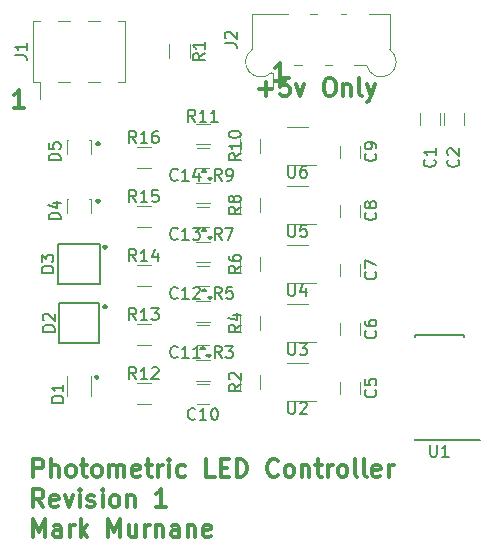
<source format=gbr>
G04 #@! TF.GenerationSoftware,KiCad,Pcbnew,(2017-11-09 revision 610ff7485)-makepkg*
G04 #@! TF.CreationDate,2017-11-15T00:13:44-05:00*
G04 #@! TF.ProjectId,photometric-leds,70686F746F6D65747269632D6C656473,rev?*
G04 #@! TF.SameCoordinates,Original*
G04 #@! TF.FileFunction,Legend,Top*
G04 #@! TF.FilePolarity,Positive*
%FSLAX46Y46*%
G04 Gerber Fmt 4.6, Leading zero omitted, Abs format (unit mm)*
G04 Created by KiCad (PCBNEW (2017-11-09 revision 610ff7485)-makepkg) date Wed Nov 15 00:13:44 2017*
%MOMM*%
%LPD*%
G01*
G04 APERTURE LIST*
%ADD10C,0.300000*%
%ADD11C,0.200000*%
%ADD12C,0.150000*%
%ADD13C,0.120000*%
G04 APERTURE END LIST*
D10*
X144242857Y-75207142D02*
X145385714Y-75207142D01*
X144814285Y-75778571D02*
X144814285Y-74635714D01*
X146814285Y-74278571D02*
X146100000Y-74278571D01*
X146028571Y-74992857D01*
X146100000Y-74921428D01*
X146242857Y-74850000D01*
X146600000Y-74850000D01*
X146742857Y-74921428D01*
X146814285Y-74992857D01*
X146885714Y-75135714D01*
X146885714Y-75492857D01*
X146814285Y-75635714D01*
X146742857Y-75707142D01*
X146600000Y-75778571D01*
X146242857Y-75778571D01*
X146100000Y-75707142D01*
X146028571Y-75635714D01*
X147385714Y-74778571D02*
X147742857Y-75778571D01*
X148100000Y-74778571D01*
X150100000Y-74278571D02*
X150385714Y-74278571D01*
X150528571Y-74350000D01*
X150671428Y-74492857D01*
X150742857Y-74778571D01*
X150742857Y-75278571D01*
X150671428Y-75564285D01*
X150528571Y-75707142D01*
X150385714Y-75778571D01*
X150100000Y-75778571D01*
X149957142Y-75707142D01*
X149814285Y-75564285D01*
X149742857Y-75278571D01*
X149742857Y-74778571D01*
X149814285Y-74492857D01*
X149957142Y-74350000D01*
X150100000Y-74278571D01*
X151385714Y-74778571D02*
X151385714Y-75778571D01*
X151385714Y-74921428D02*
X151457142Y-74850000D01*
X151600000Y-74778571D01*
X151814285Y-74778571D01*
X151957142Y-74850000D01*
X152028571Y-74992857D01*
X152028571Y-75778571D01*
X152957142Y-75778571D02*
X152814285Y-75707142D01*
X152742857Y-75564285D01*
X152742857Y-74278571D01*
X153385714Y-74778571D02*
X153742857Y-75778571D01*
X154100000Y-74778571D02*
X153742857Y-75778571D01*
X153600000Y-76135714D01*
X153528571Y-76207142D01*
X153385714Y-76278571D01*
X125152142Y-108028571D02*
X125152142Y-106528571D01*
X125723571Y-106528571D01*
X125866428Y-106600000D01*
X125937857Y-106671428D01*
X126009285Y-106814285D01*
X126009285Y-107028571D01*
X125937857Y-107171428D01*
X125866428Y-107242857D01*
X125723571Y-107314285D01*
X125152142Y-107314285D01*
X126652142Y-108028571D02*
X126652142Y-106528571D01*
X127295000Y-108028571D02*
X127295000Y-107242857D01*
X127223571Y-107100000D01*
X127080714Y-107028571D01*
X126866428Y-107028571D01*
X126723571Y-107100000D01*
X126652142Y-107171428D01*
X128223571Y-108028571D02*
X128080714Y-107957142D01*
X128009285Y-107885714D01*
X127937857Y-107742857D01*
X127937857Y-107314285D01*
X128009285Y-107171428D01*
X128080714Y-107100000D01*
X128223571Y-107028571D01*
X128437857Y-107028571D01*
X128580714Y-107100000D01*
X128652142Y-107171428D01*
X128723571Y-107314285D01*
X128723571Y-107742857D01*
X128652142Y-107885714D01*
X128580714Y-107957142D01*
X128437857Y-108028571D01*
X128223571Y-108028571D01*
X129152142Y-107028571D02*
X129723571Y-107028571D01*
X129366428Y-106528571D02*
X129366428Y-107814285D01*
X129437857Y-107957142D01*
X129580714Y-108028571D01*
X129723571Y-108028571D01*
X130437857Y-108028571D02*
X130295000Y-107957142D01*
X130223571Y-107885714D01*
X130152142Y-107742857D01*
X130152142Y-107314285D01*
X130223571Y-107171428D01*
X130295000Y-107100000D01*
X130437857Y-107028571D01*
X130652142Y-107028571D01*
X130795000Y-107100000D01*
X130866428Y-107171428D01*
X130937857Y-107314285D01*
X130937857Y-107742857D01*
X130866428Y-107885714D01*
X130795000Y-107957142D01*
X130652142Y-108028571D01*
X130437857Y-108028571D01*
X131580714Y-108028571D02*
X131580714Y-107028571D01*
X131580714Y-107171428D02*
X131652142Y-107100000D01*
X131795000Y-107028571D01*
X132009285Y-107028571D01*
X132152142Y-107100000D01*
X132223571Y-107242857D01*
X132223571Y-108028571D01*
X132223571Y-107242857D02*
X132295000Y-107100000D01*
X132437857Y-107028571D01*
X132652142Y-107028571D01*
X132795000Y-107100000D01*
X132866428Y-107242857D01*
X132866428Y-108028571D01*
X134152142Y-107957142D02*
X134009285Y-108028571D01*
X133723571Y-108028571D01*
X133580714Y-107957142D01*
X133509285Y-107814285D01*
X133509285Y-107242857D01*
X133580714Y-107100000D01*
X133723571Y-107028571D01*
X134009285Y-107028571D01*
X134152142Y-107100000D01*
X134223571Y-107242857D01*
X134223571Y-107385714D01*
X133509285Y-107528571D01*
X134652142Y-107028571D02*
X135223571Y-107028571D01*
X134866428Y-106528571D02*
X134866428Y-107814285D01*
X134937857Y-107957142D01*
X135080714Y-108028571D01*
X135223571Y-108028571D01*
X135723571Y-108028571D02*
X135723571Y-107028571D01*
X135723571Y-107314285D02*
X135795000Y-107171428D01*
X135866428Y-107100000D01*
X136009285Y-107028571D01*
X136152142Y-107028571D01*
X136652142Y-108028571D02*
X136652142Y-107028571D01*
X136652142Y-106528571D02*
X136580714Y-106600000D01*
X136652142Y-106671428D01*
X136723571Y-106600000D01*
X136652142Y-106528571D01*
X136652142Y-106671428D01*
X138009285Y-107957142D02*
X137866428Y-108028571D01*
X137580714Y-108028571D01*
X137437857Y-107957142D01*
X137366428Y-107885714D01*
X137295000Y-107742857D01*
X137295000Y-107314285D01*
X137366428Y-107171428D01*
X137437857Y-107100000D01*
X137580714Y-107028571D01*
X137866428Y-107028571D01*
X138009285Y-107100000D01*
X140509285Y-108028571D02*
X139795000Y-108028571D01*
X139795000Y-106528571D01*
X141009285Y-107242857D02*
X141509285Y-107242857D01*
X141723571Y-108028571D02*
X141009285Y-108028571D01*
X141009285Y-106528571D01*
X141723571Y-106528571D01*
X142366428Y-108028571D02*
X142366428Y-106528571D01*
X142723571Y-106528571D01*
X142937857Y-106600000D01*
X143080714Y-106742857D01*
X143152142Y-106885714D01*
X143223571Y-107171428D01*
X143223571Y-107385714D01*
X143152142Y-107671428D01*
X143080714Y-107814285D01*
X142937857Y-107957142D01*
X142723571Y-108028571D01*
X142366428Y-108028571D01*
X145866428Y-107885714D02*
X145795000Y-107957142D01*
X145580714Y-108028571D01*
X145437857Y-108028571D01*
X145223571Y-107957142D01*
X145080714Y-107814285D01*
X145009285Y-107671428D01*
X144937857Y-107385714D01*
X144937857Y-107171428D01*
X145009285Y-106885714D01*
X145080714Y-106742857D01*
X145223571Y-106600000D01*
X145437857Y-106528571D01*
X145580714Y-106528571D01*
X145795000Y-106600000D01*
X145866428Y-106671428D01*
X146723571Y-108028571D02*
X146580714Y-107957142D01*
X146509285Y-107885714D01*
X146437857Y-107742857D01*
X146437857Y-107314285D01*
X146509285Y-107171428D01*
X146580714Y-107100000D01*
X146723571Y-107028571D01*
X146937857Y-107028571D01*
X147080714Y-107100000D01*
X147152142Y-107171428D01*
X147223571Y-107314285D01*
X147223571Y-107742857D01*
X147152142Y-107885714D01*
X147080714Y-107957142D01*
X146937857Y-108028571D01*
X146723571Y-108028571D01*
X147866428Y-107028571D02*
X147866428Y-108028571D01*
X147866428Y-107171428D02*
X147937857Y-107100000D01*
X148080714Y-107028571D01*
X148295000Y-107028571D01*
X148437857Y-107100000D01*
X148509285Y-107242857D01*
X148509285Y-108028571D01*
X149009285Y-107028571D02*
X149580714Y-107028571D01*
X149223571Y-106528571D02*
X149223571Y-107814285D01*
X149295000Y-107957142D01*
X149437857Y-108028571D01*
X149580714Y-108028571D01*
X150080714Y-108028571D02*
X150080714Y-107028571D01*
X150080714Y-107314285D02*
X150152142Y-107171428D01*
X150223571Y-107100000D01*
X150366428Y-107028571D01*
X150509285Y-107028571D01*
X151223571Y-108028571D02*
X151080714Y-107957142D01*
X151009285Y-107885714D01*
X150937857Y-107742857D01*
X150937857Y-107314285D01*
X151009285Y-107171428D01*
X151080714Y-107100000D01*
X151223571Y-107028571D01*
X151437857Y-107028571D01*
X151580714Y-107100000D01*
X151652142Y-107171428D01*
X151723571Y-107314285D01*
X151723571Y-107742857D01*
X151652142Y-107885714D01*
X151580714Y-107957142D01*
X151437857Y-108028571D01*
X151223571Y-108028571D01*
X152580714Y-108028571D02*
X152437857Y-107957142D01*
X152366428Y-107814285D01*
X152366428Y-106528571D01*
X153366428Y-108028571D02*
X153223571Y-107957142D01*
X153152142Y-107814285D01*
X153152142Y-106528571D01*
X154509285Y-107957142D02*
X154366428Y-108028571D01*
X154080714Y-108028571D01*
X153937857Y-107957142D01*
X153866428Y-107814285D01*
X153866428Y-107242857D01*
X153937857Y-107100000D01*
X154080714Y-107028571D01*
X154366428Y-107028571D01*
X154509285Y-107100000D01*
X154580714Y-107242857D01*
X154580714Y-107385714D01*
X153866428Y-107528571D01*
X155223571Y-108028571D02*
X155223571Y-107028571D01*
X155223571Y-107314285D02*
X155295000Y-107171428D01*
X155366428Y-107100000D01*
X155509285Y-107028571D01*
X155652142Y-107028571D01*
X126009285Y-110578571D02*
X125509285Y-109864285D01*
X125152142Y-110578571D02*
X125152142Y-109078571D01*
X125723571Y-109078571D01*
X125866428Y-109150000D01*
X125937857Y-109221428D01*
X126009285Y-109364285D01*
X126009285Y-109578571D01*
X125937857Y-109721428D01*
X125866428Y-109792857D01*
X125723571Y-109864285D01*
X125152142Y-109864285D01*
X127223571Y-110507142D02*
X127080714Y-110578571D01*
X126795000Y-110578571D01*
X126652142Y-110507142D01*
X126580714Y-110364285D01*
X126580714Y-109792857D01*
X126652142Y-109650000D01*
X126795000Y-109578571D01*
X127080714Y-109578571D01*
X127223571Y-109650000D01*
X127295000Y-109792857D01*
X127295000Y-109935714D01*
X126580714Y-110078571D01*
X127795000Y-109578571D02*
X128152142Y-110578571D01*
X128509285Y-109578571D01*
X129080714Y-110578571D02*
X129080714Y-109578571D01*
X129080714Y-109078571D02*
X129009285Y-109150000D01*
X129080714Y-109221428D01*
X129152142Y-109150000D01*
X129080714Y-109078571D01*
X129080714Y-109221428D01*
X129723571Y-110507142D02*
X129866428Y-110578571D01*
X130152142Y-110578571D01*
X130295000Y-110507142D01*
X130366428Y-110364285D01*
X130366428Y-110292857D01*
X130295000Y-110150000D01*
X130152142Y-110078571D01*
X129937857Y-110078571D01*
X129795000Y-110007142D01*
X129723571Y-109864285D01*
X129723571Y-109792857D01*
X129795000Y-109650000D01*
X129937857Y-109578571D01*
X130152142Y-109578571D01*
X130295000Y-109650000D01*
X131009285Y-110578571D02*
X131009285Y-109578571D01*
X131009285Y-109078571D02*
X130937857Y-109150000D01*
X131009285Y-109221428D01*
X131080714Y-109150000D01*
X131009285Y-109078571D01*
X131009285Y-109221428D01*
X131937857Y-110578571D02*
X131795000Y-110507142D01*
X131723571Y-110435714D01*
X131652142Y-110292857D01*
X131652142Y-109864285D01*
X131723571Y-109721428D01*
X131795000Y-109650000D01*
X131937857Y-109578571D01*
X132152142Y-109578571D01*
X132295000Y-109650000D01*
X132366428Y-109721428D01*
X132437857Y-109864285D01*
X132437857Y-110292857D01*
X132366428Y-110435714D01*
X132295000Y-110507142D01*
X132152142Y-110578571D01*
X131937857Y-110578571D01*
X133080714Y-109578571D02*
X133080714Y-110578571D01*
X133080714Y-109721428D02*
X133152142Y-109650000D01*
X133295000Y-109578571D01*
X133509285Y-109578571D01*
X133652142Y-109650000D01*
X133723571Y-109792857D01*
X133723571Y-110578571D01*
X136366428Y-110578571D02*
X135509285Y-110578571D01*
X135937857Y-110578571D02*
X135937857Y-109078571D01*
X135795000Y-109292857D01*
X135652142Y-109435714D01*
X135509285Y-109507142D01*
X125152142Y-113128571D02*
X125152142Y-111628571D01*
X125652142Y-112700000D01*
X126152142Y-111628571D01*
X126152142Y-113128571D01*
X127509285Y-113128571D02*
X127509285Y-112342857D01*
X127437857Y-112200000D01*
X127295000Y-112128571D01*
X127009285Y-112128571D01*
X126866428Y-112200000D01*
X127509285Y-113057142D02*
X127366428Y-113128571D01*
X127009285Y-113128571D01*
X126866428Y-113057142D01*
X126795000Y-112914285D01*
X126795000Y-112771428D01*
X126866428Y-112628571D01*
X127009285Y-112557142D01*
X127366428Y-112557142D01*
X127509285Y-112485714D01*
X128223571Y-113128571D02*
X128223571Y-112128571D01*
X128223571Y-112414285D02*
X128295000Y-112271428D01*
X128366428Y-112200000D01*
X128509285Y-112128571D01*
X128652142Y-112128571D01*
X129152142Y-113128571D02*
X129152142Y-111628571D01*
X129295000Y-112557142D02*
X129723571Y-113128571D01*
X129723571Y-112128571D02*
X129152142Y-112700000D01*
X131509285Y-113128571D02*
X131509285Y-111628571D01*
X132009285Y-112700000D01*
X132509285Y-111628571D01*
X132509285Y-113128571D01*
X133866428Y-112128571D02*
X133866428Y-113128571D01*
X133223571Y-112128571D02*
X133223571Y-112914285D01*
X133295000Y-113057142D01*
X133437857Y-113128571D01*
X133652142Y-113128571D01*
X133795000Y-113057142D01*
X133866428Y-112985714D01*
X134580714Y-113128571D02*
X134580714Y-112128571D01*
X134580714Y-112414285D02*
X134652142Y-112271428D01*
X134723571Y-112200000D01*
X134866428Y-112128571D01*
X135009285Y-112128571D01*
X135509285Y-112128571D02*
X135509285Y-113128571D01*
X135509285Y-112271428D02*
X135580714Y-112200000D01*
X135723571Y-112128571D01*
X135937857Y-112128571D01*
X136080714Y-112200000D01*
X136152142Y-112342857D01*
X136152142Y-113128571D01*
X137509285Y-113128571D02*
X137509285Y-112342857D01*
X137437857Y-112200000D01*
X137295000Y-112128571D01*
X137009285Y-112128571D01*
X136866428Y-112200000D01*
X137509285Y-113057142D02*
X137366428Y-113128571D01*
X137009285Y-113128571D01*
X136866428Y-113057142D01*
X136795000Y-112914285D01*
X136795000Y-112771428D01*
X136866428Y-112628571D01*
X137009285Y-112557142D01*
X137366428Y-112557142D01*
X137509285Y-112485714D01*
X138223571Y-112128571D02*
X138223571Y-113128571D01*
X138223571Y-112271428D02*
X138295000Y-112200000D01*
X138437857Y-112128571D01*
X138652142Y-112128571D01*
X138795000Y-112200000D01*
X138866428Y-112342857D01*
X138866428Y-113128571D01*
X140152142Y-113057142D02*
X140009285Y-113128571D01*
X139723571Y-113128571D01*
X139580714Y-113057142D01*
X139509285Y-112914285D01*
X139509285Y-112342857D01*
X139580714Y-112200000D01*
X139723571Y-112128571D01*
X140009285Y-112128571D01*
X140152142Y-112200000D01*
X140223571Y-112342857D01*
X140223571Y-112485714D01*
X139509285Y-112628571D01*
X130600000Y-79735714D02*
X130671428Y-79807142D01*
X130600000Y-79878571D01*
X130528571Y-79807142D01*
X130600000Y-79735714D01*
X130600000Y-79878571D01*
X130600000Y-84635714D02*
X130671428Y-84707142D01*
X130600000Y-84778571D01*
X130528571Y-84707142D01*
X130600000Y-84635714D01*
X130600000Y-84778571D01*
X131200000Y-88535714D02*
X131271428Y-88607142D01*
X131200000Y-88678571D01*
X131128571Y-88607142D01*
X131200000Y-88535714D01*
X131200000Y-88678571D01*
X131200000Y-93535714D02*
X131271428Y-93607142D01*
X131200000Y-93678571D01*
X131128571Y-93607142D01*
X131200000Y-93535714D01*
X131200000Y-93678571D01*
X130500000Y-99535714D02*
X130571428Y-99607142D01*
X130500000Y-99678571D01*
X130428571Y-99607142D01*
X130500000Y-99535714D01*
X130500000Y-99678571D01*
X146428571Y-74478571D02*
X145571428Y-74478571D01*
X146000000Y-74478571D02*
X146000000Y-72978571D01*
X145857142Y-73192857D01*
X145714285Y-73335714D01*
X145571428Y-73407142D01*
X124328571Y-76778571D02*
X123471428Y-76778571D01*
X123900000Y-76778571D02*
X123900000Y-75278571D01*
X123757142Y-75492857D01*
X123614285Y-75635714D01*
X123471428Y-75707142D01*
D11*
X139300000Y-97200000D02*
X139700000Y-97200000D01*
X139800000Y-97700000D02*
X140000000Y-97900000D01*
X140200000Y-97700000D02*
X139800000Y-97700000D01*
X140000000Y-97900000D02*
X140200000Y-97700000D01*
X139500000Y-97000000D02*
X139300000Y-97200000D01*
X139700000Y-97200000D02*
X139500000Y-97000000D01*
X139900000Y-92800000D02*
X140100000Y-93000000D01*
X139800000Y-92300000D02*
X139600000Y-92100000D01*
X139600000Y-92100000D02*
X139400000Y-92300000D01*
X140100000Y-93000000D02*
X140300000Y-92800000D01*
X140300000Y-92800000D02*
X139900000Y-92800000D01*
X139400000Y-92300000D02*
X139800000Y-92300000D01*
X140300000Y-87700000D02*
X139900000Y-87700000D01*
X139800000Y-87200000D02*
X139600000Y-87000000D01*
X139400000Y-87200000D02*
X139800000Y-87200000D01*
X139900000Y-87700000D02*
X140100000Y-87900000D01*
X140100000Y-87900000D02*
X140300000Y-87700000D01*
X139600000Y-87000000D02*
X139400000Y-87200000D01*
X139900000Y-82700000D02*
X140100000Y-82900000D01*
X140300000Y-82700000D02*
X139900000Y-82700000D01*
X140100000Y-82900000D02*
X140300000Y-82700000D01*
X139600000Y-82000000D02*
X139400000Y-82200000D01*
X139800000Y-82200000D02*
X139600000Y-82000000D01*
X139400000Y-82200000D02*
X139800000Y-82200000D01*
D12*
X161575000Y-104925000D02*
X162950000Y-104925000D01*
X161575000Y-96050000D02*
X157425000Y-96050000D01*
X161575000Y-104950000D02*
X157425000Y-104950000D01*
X161575000Y-96050000D02*
X161575000Y-96165000D01*
X157425000Y-96050000D02*
X157425000Y-96165000D01*
X157425000Y-104950000D02*
X157425000Y-104835000D01*
X161575000Y-104950000D02*
X161575000Y-104925000D01*
D13*
X159900000Y-77250000D02*
X159900000Y-78250000D01*
X161600000Y-78250000D02*
X161600000Y-77250000D01*
X159600000Y-78250000D02*
X159600000Y-77250000D01*
X157900000Y-77250000D02*
X157900000Y-78250000D01*
X151150000Y-100000000D02*
X151150000Y-101000000D01*
X152850000Y-101000000D02*
X152850000Y-100000000D01*
X151150000Y-95000000D02*
X151150000Y-96000000D01*
X152850000Y-96000000D02*
X152850000Y-95000000D01*
X152850000Y-91000000D02*
X152850000Y-90000000D01*
X151150000Y-90000000D02*
X151150000Y-91000000D01*
X151150000Y-85000000D02*
X151150000Y-86000000D01*
X152850000Y-86000000D02*
X152850000Y-85000000D01*
X152850000Y-81000000D02*
X152850000Y-80000000D01*
X151150000Y-80000000D02*
X151150000Y-81000000D01*
X140000000Y-100150000D02*
X139000000Y-100150000D01*
X139000000Y-101850000D02*
X140000000Y-101850000D01*
X139000000Y-96850000D02*
X140000000Y-96850000D01*
X140000000Y-95150000D02*
X139000000Y-95150000D01*
X140000000Y-90150000D02*
X139000000Y-90150000D01*
X139000000Y-91850000D02*
X140000000Y-91850000D01*
X139000000Y-86850000D02*
X140000000Y-86850000D01*
X140000000Y-85150000D02*
X139000000Y-85150000D01*
X140000000Y-80150000D02*
X139000000Y-80150000D01*
X139000000Y-81850000D02*
X140000000Y-81850000D01*
X130000000Y-101200000D02*
X130000000Y-99500000D01*
X128000000Y-101200000D02*
X128000000Y-99500000D01*
D12*
X127300000Y-96700000D02*
X130700000Y-96700000D01*
X130700000Y-96700000D02*
X130700000Y-93300000D01*
X130700000Y-93300000D02*
X127300000Y-93300000D01*
X127300000Y-93300000D02*
X127300000Y-96700000D01*
X130800000Y-88300000D02*
X127200000Y-88300000D01*
X127200000Y-88300000D02*
X127200000Y-91700000D01*
X127200000Y-91700000D02*
X130800000Y-91700000D01*
X130800000Y-91700000D02*
X130800000Y-88300000D01*
D13*
X128000000Y-84470000D02*
X128000000Y-85670000D01*
X130000000Y-84470000D02*
X130000000Y-85670000D01*
X130000000Y-84470000D02*
X129900000Y-84470000D01*
X128000000Y-84470000D02*
X128100000Y-84470000D01*
X128000000Y-79530000D02*
X128100000Y-79530000D01*
X130000000Y-79530000D02*
X129900000Y-79530000D01*
X130000000Y-79530000D02*
X130000000Y-80730000D01*
X128000000Y-79530000D02*
X128000000Y-80730000D01*
X129760000Y-69400000D02*
X130780000Y-69400000D01*
X129760000Y-74600000D02*
X130780000Y-74600000D01*
X127220000Y-69400000D02*
X128240000Y-69400000D01*
X127220000Y-74600000D02*
X128240000Y-74600000D01*
X132300000Y-69400000D02*
X132870000Y-69400000D01*
X132300000Y-74600000D02*
X132870000Y-74600000D01*
X125130000Y-69400000D02*
X125700000Y-69400000D01*
X125130000Y-74600000D02*
X125700000Y-74600000D01*
X125700000Y-76040000D02*
X125700000Y-74600000D01*
X132870000Y-74600000D02*
X132870000Y-69400000D01*
X125130000Y-74600000D02*
X125130000Y-69400000D01*
X138380000Y-71400000D02*
X138380000Y-72600000D01*
X136620000Y-72600000D02*
X136620000Y-71400000D01*
X144380000Y-99400000D02*
X144380000Y-100600000D01*
X142620000Y-100600000D02*
X142620000Y-99400000D01*
X140100000Y-99880000D02*
X138900000Y-99880000D01*
X138900000Y-98120000D02*
X140100000Y-98120000D01*
X144380000Y-94400000D02*
X144380000Y-95600000D01*
X142620000Y-95600000D02*
X142620000Y-94400000D01*
X140100000Y-94880000D02*
X138900000Y-94880000D01*
X138900000Y-93120000D02*
X140100000Y-93120000D01*
X144380000Y-89400000D02*
X144380000Y-90600000D01*
X142620000Y-90600000D02*
X142620000Y-89400000D01*
X140100000Y-89880000D02*
X138900000Y-89880000D01*
X138900000Y-88120000D02*
X140100000Y-88120000D01*
X142620000Y-85600000D02*
X142620000Y-84400000D01*
X144380000Y-84400000D02*
X144380000Y-85600000D01*
X138900000Y-83120000D02*
X140100000Y-83120000D01*
X140100000Y-84880000D02*
X138900000Y-84880000D01*
X142620000Y-80600000D02*
X142620000Y-79400000D01*
X144380000Y-79400000D02*
X144380000Y-80600000D01*
X138900000Y-78120000D02*
X140100000Y-78120000D01*
X140100000Y-79880000D02*
X138900000Y-79880000D01*
X133900000Y-100120000D02*
X135100000Y-100120000D01*
X135100000Y-101880000D02*
X133900000Y-101880000D01*
X135100000Y-96880000D02*
X133900000Y-96880000D01*
X133900000Y-95120000D02*
X135100000Y-95120000D01*
X133900000Y-90120000D02*
X135100000Y-90120000D01*
X135100000Y-91880000D02*
X133900000Y-91880000D01*
X133900000Y-85120000D02*
X135100000Y-85120000D01*
X135100000Y-86880000D02*
X133900000Y-86880000D01*
X135100000Y-81880000D02*
X133900000Y-81880000D01*
X133900000Y-80120000D02*
X135100000Y-80120000D01*
X146600000Y-101610000D02*
X149050000Y-101610000D01*
X148400000Y-98390000D02*
X146600000Y-98390000D01*
X146600000Y-96610000D02*
X149050000Y-96610000D01*
X148400000Y-93390000D02*
X146600000Y-93390000D01*
X148400000Y-88390000D02*
X146600000Y-88390000D01*
X146600000Y-91610000D02*
X149050000Y-91610000D01*
X146600000Y-86610000D02*
X149050000Y-86610000D01*
X148400000Y-83390000D02*
X146600000Y-83390000D01*
X148400000Y-78390000D02*
X146600000Y-78390000D01*
X146600000Y-81610000D02*
X149050000Y-81610000D01*
X143670000Y-68820000D02*
X143670000Y-71820000D01*
X145420000Y-73810000D02*
X145420000Y-75000000D01*
X145300000Y-73810000D02*
X145420000Y-73810000D01*
X147920000Y-73180000D02*
X147260000Y-73180000D01*
X150400000Y-73180000D02*
X149860000Y-73180000D01*
X153350000Y-73180000D02*
X152300000Y-73180000D01*
X155330000Y-68820000D02*
X155330000Y-71850000D01*
X153580000Y-68820000D02*
X155330000Y-68820000D01*
X151200000Y-68820000D02*
X151620000Y-68820000D01*
X148600000Y-68820000D02*
X149140000Y-68820000D01*
X143670000Y-68820000D02*
X146700000Y-68820000D01*
X143690172Y-71834991D02*
G75*
G03X145300000Y-73810000I709828J-1065009D01*
G01*
X153350963Y-73174424D02*
G75*
G03X155330000Y-71850000I1249037J274424D01*
G01*
D12*
X158738095Y-105327380D02*
X158738095Y-106136904D01*
X158785714Y-106232142D01*
X158833333Y-106279761D01*
X158928571Y-106327380D01*
X159119047Y-106327380D01*
X159214285Y-106279761D01*
X159261904Y-106232142D01*
X159309523Y-106136904D01*
X159309523Y-105327380D01*
X160309523Y-106327380D02*
X159738095Y-106327380D01*
X160023809Y-106327380D02*
X160023809Y-105327380D01*
X159928571Y-105470238D01*
X159833333Y-105565476D01*
X159738095Y-105613095D01*
X161107142Y-81166666D02*
X161154761Y-81214285D01*
X161202380Y-81357142D01*
X161202380Y-81452380D01*
X161154761Y-81595238D01*
X161059523Y-81690476D01*
X160964285Y-81738095D01*
X160773809Y-81785714D01*
X160630952Y-81785714D01*
X160440476Y-81738095D01*
X160345238Y-81690476D01*
X160250000Y-81595238D01*
X160202380Y-81452380D01*
X160202380Y-81357142D01*
X160250000Y-81214285D01*
X160297619Y-81166666D01*
X160297619Y-80785714D02*
X160250000Y-80738095D01*
X160202380Y-80642857D01*
X160202380Y-80404761D01*
X160250000Y-80309523D01*
X160297619Y-80261904D01*
X160392857Y-80214285D01*
X160488095Y-80214285D01*
X160630952Y-80261904D01*
X161202380Y-80833333D01*
X161202380Y-80214285D01*
X159107142Y-81166666D02*
X159154761Y-81214285D01*
X159202380Y-81357142D01*
X159202380Y-81452380D01*
X159154761Y-81595238D01*
X159059523Y-81690476D01*
X158964285Y-81738095D01*
X158773809Y-81785714D01*
X158630952Y-81785714D01*
X158440476Y-81738095D01*
X158345238Y-81690476D01*
X158250000Y-81595238D01*
X158202380Y-81452380D01*
X158202380Y-81357142D01*
X158250000Y-81214285D01*
X158297619Y-81166666D01*
X159202380Y-80214285D02*
X159202380Y-80785714D01*
X159202380Y-80500000D02*
X158202380Y-80500000D01*
X158345238Y-80595238D01*
X158440476Y-80690476D01*
X158488095Y-80785714D01*
X154107142Y-100666666D02*
X154154761Y-100714285D01*
X154202380Y-100857142D01*
X154202380Y-100952380D01*
X154154761Y-101095238D01*
X154059523Y-101190476D01*
X153964285Y-101238095D01*
X153773809Y-101285714D01*
X153630952Y-101285714D01*
X153440476Y-101238095D01*
X153345238Y-101190476D01*
X153250000Y-101095238D01*
X153202380Y-100952380D01*
X153202380Y-100857142D01*
X153250000Y-100714285D01*
X153297619Y-100666666D01*
X153202380Y-99761904D02*
X153202380Y-100238095D01*
X153678571Y-100285714D01*
X153630952Y-100238095D01*
X153583333Y-100142857D01*
X153583333Y-99904761D01*
X153630952Y-99809523D01*
X153678571Y-99761904D01*
X153773809Y-99714285D01*
X154011904Y-99714285D01*
X154107142Y-99761904D01*
X154154761Y-99809523D01*
X154202380Y-99904761D01*
X154202380Y-100142857D01*
X154154761Y-100238095D01*
X154107142Y-100285714D01*
X154107142Y-95666666D02*
X154154761Y-95714285D01*
X154202380Y-95857142D01*
X154202380Y-95952380D01*
X154154761Y-96095238D01*
X154059523Y-96190476D01*
X153964285Y-96238095D01*
X153773809Y-96285714D01*
X153630952Y-96285714D01*
X153440476Y-96238095D01*
X153345238Y-96190476D01*
X153250000Y-96095238D01*
X153202380Y-95952380D01*
X153202380Y-95857142D01*
X153250000Y-95714285D01*
X153297619Y-95666666D01*
X153202380Y-94809523D02*
X153202380Y-95000000D01*
X153250000Y-95095238D01*
X153297619Y-95142857D01*
X153440476Y-95238095D01*
X153630952Y-95285714D01*
X154011904Y-95285714D01*
X154107142Y-95238095D01*
X154154761Y-95190476D01*
X154202380Y-95095238D01*
X154202380Y-94904761D01*
X154154761Y-94809523D01*
X154107142Y-94761904D01*
X154011904Y-94714285D01*
X153773809Y-94714285D01*
X153678571Y-94761904D01*
X153630952Y-94809523D01*
X153583333Y-94904761D01*
X153583333Y-95095238D01*
X153630952Y-95190476D01*
X153678571Y-95238095D01*
X153773809Y-95285714D01*
X154107142Y-90666666D02*
X154154761Y-90714285D01*
X154202380Y-90857142D01*
X154202380Y-90952380D01*
X154154761Y-91095238D01*
X154059523Y-91190476D01*
X153964285Y-91238095D01*
X153773809Y-91285714D01*
X153630952Y-91285714D01*
X153440476Y-91238095D01*
X153345238Y-91190476D01*
X153250000Y-91095238D01*
X153202380Y-90952380D01*
X153202380Y-90857142D01*
X153250000Y-90714285D01*
X153297619Y-90666666D01*
X153202380Y-90333333D02*
X153202380Y-89666666D01*
X154202380Y-90095238D01*
X154107142Y-85666666D02*
X154154761Y-85714285D01*
X154202380Y-85857142D01*
X154202380Y-85952380D01*
X154154761Y-86095238D01*
X154059523Y-86190476D01*
X153964285Y-86238095D01*
X153773809Y-86285714D01*
X153630952Y-86285714D01*
X153440476Y-86238095D01*
X153345238Y-86190476D01*
X153250000Y-86095238D01*
X153202380Y-85952380D01*
X153202380Y-85857142D01*
X153250000Y-85714285D01*
X153297619Y-85666666D01*
X153630952Y-85095238D02*
X153583333Y-85190476D01*
X153535714Y-85238095D01*
X153440476Y-85285714D01*
X153392857Y-85285714D01*
X153297619Y-85238095D01*
X153250000Y-85190476D01*
X153202380Y-85095238D01*
X153202380Y-84904761D01*
X153250000Y-84809523D01*
X153297619Y-84761904D01*
X153392857Y-84714285D01*
X153440476Y-84714285D01*
X153535714Y-84761904D01*
X153583333Y-84809523D01*
X153630952Y-84904761D01*
X153630952Y-85095238D01*
X153678571Y-85190476D01*
X153726190Y-85238095D01*
X153821428Y-85285714D01*
X154011904Y-85285714D01*
X154107142Y-85238095D01*
X154154761Y-85190476D01*
X154202380Y-85095238D01*
X154202380Y-84904761D01*
X154154761Y-84809523D01*
X154107142Y-84761904D01*
X154011904Y-84714285D01*
X153821428Y-84714285D01*
X153726190Y-84761904D01*
X153678571Y-84809523D01*
X153630952Y-84904761D01*
X154107142Y-80666666D02*
X154154761Y-80714285D01*
X154202380Y-80857142D01*
X154202380Y-80952380D01*
X154154761Y-81095238D01*
X154059523Y-81190476D01*
X153964285Y-81238095D01*
X153773809Y-81285714D01*
X153630952Y-81285714D01*
X153440476Y-81238095D01*
X153345238Y-81190476D01*
X153250000Y-81095238D01*
X153202380Y-80952380D01*
X153202380Y-80857142D01*
X153250000Y-80714285D01*
X153297619Y-80666666D01*
X154202380Y-80190476D02*
X154202380Y-80000000D01*
X154154761Y-79904761D01*
X154107142Y-79857142D01*
X153964285Y-79761904D01*
X153773809Y-79714285D01*
X153392857Y-79714285D01*
X153297619Y-79761904D01*
X153250000Y-79809523D01*
X153202380Y-79904761D01*
X153202380Y-80095238D01*
X153250000Y-80190476D01*
X153297619Y-80238095D01*
X153392857Y-80285714D01*
X153630952Y-80285714D01*
X153726190Y-80238095D01*
X153773809Y-80190476D01*
X153821428Y-80095238D01*
X153821428Y-79904761D01*
X153773809Y-79809523D01*
X153726190Y-79761904D01*
X153630952Y-79714285D01*
X138857142Y-103107142D02*
X138809523Y-103154761D01*
X138666666Y-103202380D01*
X138571428Y-103202380D01*
X138428571Y-103154761D01*
X138333333Y-103059523D01*
X138285714Y-102964285D01*
X138238095Y-102773809D01*
X138238095Y-102630952D01*
X138285714Y-102440476D01*
X138333333Y-102345238D01*
X138428571Y-102250000D01*
X138571428Y-102202380D01*
X138666666Y-102202380D01*
X138809523Y-102250000D01*
X138857142Y-102297619D01*
X139809523Y-103202380D02*
X139238095Y-103202380D01*
X139523809Y-103202380D02*
X139523809Y-102202380D01*
X139428571Y-102345238D01*
X139333333Y-102440476D01*
X139238095Y-102488095D01*
X140428571Y-102202380D02*
X140523809Y-102202380D01*
X140619047Y-102250000D01*
X140666666Y-102297619D01*
X140714285Y-102392857D01*
X140761904Y-102583333D01*
X140761904Y-102821428D01*
X140714285Y-103011904D01*
X140666666Y-103107142D01*
X140619047Y-103154761D01*
X140523809Y-103202380D01*
X140428571Y-103202380D01*
X140333333Y-103154761D01*
X140285714Y-103107142D01*
X140238095Y-103011904D01*
X140190476Y-102821428D01*
X140190476Y-102583333D01*
X140238095Y-102392857D01*
X140285714Y-102297619D01*
X140333333Y-102250000D01*
X140428571Y-102202380D01*
X137357142Y-97857142D02*
X137309523Y-97904761D01*
X137166666Y-97952380D01*
X137071428Y-97952380D01*
X136928571Y-97904761D01*
X136833333Y-97809523D01*
X136785714Y-97714285D01*
X136738095Y-97523809D01*
X136738095Y-97380952D01*
X136785714Y-97190476D01*
X136833333Y-97095238D01*
X136928571Y-97000000D01*
X137071428Y-96952380D01*
X137166666Y-96952380D01*
X137309523Y-97000000D01*
X137357142Y-97047619D01*
X138309523Y-97952380D02*
X137738095Y-97952380D01*
X138023809Y-97952380D02*
X138023809Y-96952380D01*
X137928571Y-97095238D01*
X137833333Y-97190476D01*
X137738095Y-97238095D01*
X139261904Y-97952380D02*
X138690476Y-97952380D01*
X138976190Y-97952380D02*
X138976190Y-96952380D01*
X138880952Y-97095238D01*
X138785714Y-97190476D01*
X138690476Y-97238095D01*
X137357142Y-92857142D02*
X137309523Y-92904761D01*
X137166666Y-92952380D01*
X137071428Y-92952380D01*
X136928571Y-92904761D01*
X136833333Y-92809523D01*
X136785714Y-92714285D01*
X136738095Y-92523809D01*
X136738095Y-92380952D01*
X136785714Y-92190476D01*
X136833333Y-92095238D01*
X136928571Y-92000000D01*
X137071428Y-91952380D01*
X137166666Y-91952380D01*
X137309523Y-92000000D01*
X137357142Y-92047619D01*
X138309523Y-92952380D02*
X137738095Y-92952380D01*
X138023809Y-92952380D02*
X138023809Y-91952380D01*
X137928571Y-92095238D01*
X137833333Y-92190476D01*
X137738095Y-92238095D01*
X138690476Y-92047619D02*
X138738095Y-92000000D01*
X138833333Y-91952380D01*
X139071428Y-91952380D01*
X139166666Y-92000000D01*
X139214285Y-92047619D01*
X139261904Y-92142857D01*
X139261904Y-92238095D01*
X139214285Y-92380952D01*
X138642857Y-92952380D01*
X139261904Y-92952380D01*
X137357142Y-87857142D02*
X137309523Y-87904761D01*
X137166666Y-87952380D01*
X137071428Y-87952380D01*
X136928571Y-87904761D01*
X136833333Y-87809523D01*
X136785714Y-87714285D01*
X136738095Y-87523809D01*
X136738095Y-87380952D01*
X136785714Y-87190476D01*
X136833333Y-87095238D01*
X136928571Y-87000000D01*
X137071428Y-86952380D01*
X137166666Y-86952380D01*
X137309523Y-87000000D01*
X137357142Y-87047619D01*
X138309523Y-87952380D02*
X137738095Y-87952380D01*
X138023809Y-87952380D02*
X138023809Y-86952380D01*
X137928571Y-87095238D01*
X137833333Y-87190476D01*
X137738095Y-87238095D01*
X138642857Y-86952380D02*
X139261904Y-86952380D01*
X138928571Y-87333333D01*
X139071428Y-87333333D01*
X139166666Y-87380952D01*
X139214285Y-87428571D01*
X139261904Y-87523809D01*
X139261904Y-87761904D01*
X139214285Y-87857142D01*
X139166666Y-87904761D01*
X139071428Y-87952380D01*
X138785714Y-87952380D01*
X138690476Y-87904761D01*
X138642857Y-87857142D01*
X137357142Y-82857142D02*
X137309523Y-82904761D01*
X137166666Y-82952380D01*
X137071428Y-82952380D01*
X136928571Y-82904761D01*
X136833333Y-82809523D01*
X136785714Y-82714285D01*
X136738095Y-82523809D01*
X136738095Y-82380952D01*
X136785714Y-82190476D01*
X136833333Y-82095238D01*
X136928571Y-82000000D01*
X137071428Y-81952380D01*
X137166666Y-81952380D01*
X137309523Y-82000000D01*
X137357142Y-82047619D01*
X138309523Y-82952380D02*
X137738095Y-82952380D01*
X138023809Y-82952380D02*
X138023809Y-81952380D01*
X137928571Y-82095238D01*
X137833333Y-82190476D01*
X137738095Y-82238095D01*
X139166666Y-82285714D02*
X139166666Y-82952380D01*
X138928571Y-81904761D02*
X138690476Y-82619047D01*
X139309523Y-82619047D01*
X127702380Y-101738095D02*
X126702380Y-101738095D01*
X126702380Y-101500000D01*
X126750000Y-101357142D01*
X126845238Y-101261904D01*
X126940476Y-101214285D01*
X127130952Y-101166666D01*
X127273809Y-101166666D01*
X127464285Y-101214285D01*
X127559523Y-101261904D01*
X127654761Y-101357142D01*
X127702380Y-101500000D01*
X127702380Y-101738095D01*
X127702380Y-100214285D02*
X127702380Y-100785714D01*
X127702380Y-100500000D02*
X126702380Y-100500000D01*
X126845238Y-100595238D01*
X126940476Y-100690476D01*
X126988095Y-100785714D01*
X126952380Y-95738095D02*
X125952380Y-95738095D01*
X125952380Y-95500000D01*
X126000000Y-95357142D01*
X126095238Y-95261904D01*
X126190476Y-95214285D01*
X126380952Y-95166666D01*
X126523809Y-95166666D01*
X126714285Y-95214285D01*
X126809523Y-95261904D01*
X126904761Y-95357142D01*
X126952380Y-95500000D01*
X126952380Y-95738095D01*
X126047619Y-94785714D02*
X126000000Y-94738095D01*
X125952380Y-94642857D01*
X125952380Y-94404761D01*
X126000000Y-94309523D01*
X126047619Y-94261904D01*
X126142857Y-94214285D01*
X126238095Y-94214285D01*
X126380952Y-94261904D01*
X126952380Y-94833333D01*
X126952380Y-94214285D01*
X126852380Y-90738095D02*
X125852380Y-90738095D01*
X125852380Y-90500000D01*
X125900000Y-90357142D01*
X125995238Y-90261904D01*
X126090476Y-90214285D01*
X126280952Y-90166666D01*
X126423809Y-90166666D01*
X126614285Y-90214285D01*
X126709523Y-90261904D01*
X126804761Y-90357142D01*
X126852380Y-90500000D01*
X126852380Y-90738095D01*
X125852380Y-89833333D02*
X125852380Y-89214285D01*
X126233333Y-89547619D01*
X126233333Y-89404761D01*
X126280952Y-89309523D01*
X126328571Y-89261904D01*
X126423809Y-89214285D01*
X126661904Y-89214285D01*
X126757142Y-89261904D01*
X126804761Y-89309523D01*
X126852380Y-89404761D01*
X126852380Y-89690476D01*
X126804761Y-89785714D01*
X126757142Y-89833333D01*
X127452380Y-86238095D02*
X126452380Y-86238095D01*
X126452380Y-86000000D01*
X126500000Y-85857142D01*
X126595238Y-85761904D01*
X126690476Y-85714285D01*
X126880952Y-85666666D01*
X127023809Y-85666666D01*
X127214285Y-85714285D01*
X127309523Y-85761904D01*
X127404761Y-85857142D01*
X127452380Y-86000000D01*
X127452380Y-86238095D01*
X126785714Y-84809523D02*
X127452380Y-84809523D01*
X126404761Y-85047619D02*
X127119047Y-85285714D01*
X127119047Y-84666666D01*
X127452380Y-81238095D02*
X126452380Y-81238095D01*
X126452380Y-81000000D01*
X126500000Y-80857142D01*
X126595238Y-80761904D01*
X126690476Y-80714285D01*
X126880952Y-80666666D01*
X127023809Y-80666666D01*
X127214285Y-80714285D01*
X127309523Y-80761904D01*
X127404761Y-80857142D01*
X127452380Y-81000000D01*
X127452380Y-81238095D01*
X126452380Y-79761904D02*
X126452380Y-80238095D01*
X126928571Y-80285714D01*
X126880952Y-80238095D01*
X126833333Y-80142857D01*
X126833333Y-79904761D01*
X126880952Y-79809523D01*
X126928571Y-79761904D01*
X127023809Y-79714285D01*
X127261904Y-79714285D01*
X127357142Y-79761904D01*
X127404761Y-79809523D01*
X127452380Y-79904761D01*
X127452380Y-80142857D01*
X127404761Y-80238095D01*
X127357142Y-80285714D01*
X123582380Y-72333333D02*
X124296666Y-72333333D01*
X124439523Y-72380952D01*
X124534761Y-72476190D01*
X124582380Y-72619047D01*
X124582380Y-72714285D01*
X124582380Y-71333333D02*
X124582380Y-71904761D01*
X124582380Y-71619047D02*
X123582380Y-71619047D01*
X123725238Y-71714285D01*
X123820476Y-71809523D01*
X123868095Y-71904761D01*
X139652380Y-72166666D02*
X139176190Y-72500000D01*
X139652380Y-72738095D02*
X138652380Y-72738095D01*
X138652380Y-72357142D01*
X138700000Y-72261904D01*
X138747619Y-72214285D01*
X138842857Y-72166666D01*
X138985714Y-72166666D01*
X139080952Y-72214285D01*
X139128571Y-72261904D01*
X139176190Y-72357142D01*
X139176190Y-72738095D01*
X139652380Y-71214285D02*
X139652380Y-71785714D01*
X139652380Y-71500000D02*
X138652380Y-71500000D01*
X138795238Y-71595238D01*
X138890476Y-71690476D01*
X138938095Y-71785714D01*
X142702380Y-100166666D02*
X142226190Y-100500000D01*
X142702380Y-100738095D02*
X141702380Y-100738095D01*
X141702380Y-100357142D01*
X141750000Y-100261904D01*
X141797619Y-100214285D01*
X141892857Y-100166666D01*
X142035714Y-100166666D01*
X142130952Y-100214285D01*
X142178571Y-100261904D01*
X142226190Y-100357142D01*
X142226190Y-100738095D01*
X141797619Y-99785714D02*
X141750000Y-99738095D01*
X141702380Y-99642857D01*
X141702380Y-99404761D01*
X141750000Y-99309523D01*
X141797619Y-99261904D01*
X141892857Y-99214285D01*
X141988095Y-99214285D01*
X142130952Y-99261904D01*
X142702380Y-99833333D01*
X142702380Y-99214285D01*
X141083333Y-97952380D02*
X140750000Y-97476190D01*
X140511904Y-97952380D02*
X140511904Y-96952380D01*
X140892857Y-96952380D01*
X140988095Y-97000000D01*
X141035714Y-97047619D01*
X141083333Y-97142857D01*
X141083333Y-97285714D01*
X141035714Y-97380952D01*
X140988095Y-97428571D01*
X140892857Y-97476190D01*
X140511904Y-97476190D01*
X141416666Y-96952380D02*
X142035714Y-96952380D01*
X141702380Y-97333333D01*
X141845238Y-97333333D01*
X141940476Y-97380952D01*
X141988095Y-97428571D01*
X142035714Y-97523809D01*
X142035714Y-97761904D01*
X141988095Y-97857142D01*
X141940476Y-97904761D01*
X141845238Y-97952380D01*
X141559523Y-97952380D01*
X141464285Y-97904761D01*
X141416666Y-97857142D01*
X142702380Y-95166666D02*
X142226190Y-95500000D01*
X142702380Y-95738095D02*
X141702380Y-95738095D01*
X141702380Y-95357142D01*
X141750000Y-95261904D01*
X141797619Y-95214285D01*
X141892857Y-95166666D01*
X142035714Y-95166666D01*
X142130952Y-95214285D01*
X142178571Y-95261904D01*
X142226190Y-95357142D01*
X142226190Y-95738095D01*
X142035714Y-94309523D02*
X142702380Y-94309523D01*
X141654761Y-94547619D02*
X142369047Y-94785714D01*
X142369047Y-94166666D01*
X141083333Y-92952380D02*
X140750000Y-92476190D01*
X140511904Y-92952380D02*
X140511904Y-91952380D01*
X140892857Y-91952380D01*
X140988095Y-92000000D01*
X141035714Y-92047619D01*
X141083333Y-92142857D01*
X141083333Y-92285714D01*
X141035714Y-92380952D01*
X140988095Y-92428571D01*
X140892857Y-92476190D01*
X140511904Y-92476190D01*
X141988095Y-91952380D02*
X141511904Y-91952380D01*
X141464285Y-92428571D01*
X141511904Y-92380952D01*
X141607142Y-92333333D01*
X141845238Y-92333333D01*
X141940476Y-92380952D01*
X141988095Y-92428571D01*
X142035714Y-92523809D01*
X142035714Y-92761904D01*
X141988095Y-92857142D01*
X141940476Y-92904761D01*
X141845238Y-92952380D01*
X141607142Y-92952380D01*
X141511904Y-92904761D01*
X141464285Y-92857142D01*
X142702380Y-90166666D02*
X142226190Y-90500000D01*
X142702380Y-90738095D02*
X141702380Y-90738095D01*
X141702380Y-90357142D01*
X141750000Y-90261904D01*
X141797619Y-90214285D01*
X141892857Y-90166666D01*
X142035714Y-90166666D01*
X142130952Y-90214285D01*
X142178571Y-90261904D01*
X142226190Y-90357142D01*
X142226190Y-90738095D01*
X141702380Y-89309523D02*
X141702380Y-89500000D01*
X141750000Y-89595238D01*
X141797619Y-89642857D01*
X141940476Y-89738095D01*
X142130952Y-89785714D01*
X142511904Y-89785714D01*
X142607142Y-89738095D01*
X142654761Y-89690476D01*
X142702380Y-89595238D01*
X142702380Y-89404761D01*
X142654761Y-89309523D01*
X142607142Y-89261904D01*
X142511904Y-89214285D01*
X142273809Y-89214285D01*
X142178571Y-89261904D01*
X142130952Y-89309523D01*
X142083333Y-89404761D01*
X142083333Y-89595238D01*
X142130952Y-89690476D01*
X142178571Y-89738095D01*
X142273809Y-89785714D01*
X141083333Y-87952380D02*
X140750000Y-87476190D01*
X140511904Y-87952380D02*
X140511904Y-86952380D01*
X140892857Y-86952380D01*
X140988095Y-87000000D01*
X141035714Y-87047619D01*
X141083333Y-87142857D01*
X141083333Y-87285714D01*
X141035714Y-87380952D01*
X140988095Y-87428571D01*
X140892857Y-87476190D01*
X140511904Y-87476190D01*
X141416666Y-86952380D02*
X142083333Y-86952380D01*
X141654761Y-87952380D01*
X142702380Y-85166666D02*
X142226190Y-85500000D01*
X142702380Y-85738095D02*
X141702380Y-85738095D01*
X141702380Y-85357142D01*
X141750000Y-85261904D01*
X141797619Y-85214285D01*
X141892857Y-85166666D01*
X142035714Y-85166666D01*
X142130952Y-85214285D01*
X142178571Y-85261904D01*
X142226190Y-85357142D01*
X142226190Y-85738095D01*
X142130952Y-84595238D02*
X142083333Y-84690476D01*
X142035714Y-84738095D01*
X141940476Y-84785714D01*
X141892857Y-84785714D01*
X141797619Y-84738095D01*
X141750000Y-84690476D01*
X141702380Y-84595238D01*
X141702380Y-84404761D01*
X141750000Y-84309523D01*
X141797619Y-84261904D01*
X141892857Y-84214285D01*
X141940476Y-84214285D01*
X142035714Y-84261904D01*
X142083333Y-84309523D01*
X142130952Y-84404761D01*
X142130952Y-84595238D01*
X142178571Y-84690476D01*
X142226190Y-84738095D01*
X142321428Y-84785714D01*
X142511904Y-84785714D01*
X142607142Y-84738095D01*
X142654761Y-84690476D01*
X142702380Y-84595238D01*
X142702380Y-84404761D01*
X142654761Y-84309523D01*
X142607142Y-84261904D01*
X142511904Y-84214285D01*
X142321428Y-84214285D01*
X142226190Y-84261904D01*
X142178571Y-84309523D01*
X142130952Y-84404761D01*
X141083333Y-82952380D02*
X140750000Y-82476190D01*
X140511904Y-82952380D02*
X140511904Y-81952380D01*
X140892857Y-81952380D01*
X140988095Y-82000000D01*
X141035714Y-82047619D01*
X141083333Y-82142857D01*
X141083333Y-82285714D01*
X141035714Y-82380952D01*
X140988095Y-82428571D01*
X140892857Y-82476190D01*
X140511904Y-82476190D01*
X141559523Y-82952380D02*
X141750000Y-82952380D01*
X141845238Y-82904761D01*
X141892857Y-82857142D01*
X141988095Y-82714285D01*
X142035714Y-82523809D01*
X142035714Y-82142857D01*
X141988095Y-82047619D01*
X141940476Y-82000000D01*
X141845238Y-81952380D01*
X141654761Y-81952380D01*
X141559523Y-82000000D01*
X141511904Y-82047619D01*
X141464285Y-82142857D01*
X141464285Y-82380952D01*
X141511904Y-82476190D01*
X141559523Y-82523809D01*
X141654761Y-82571428D01*
X141845238Y-82571428D01*
X141940476Y-82523809D01*
X141988095Y-82476190D01*
X142035714Y-82380952D01*
X142702380Y-80642857D02*
X142226190Y-80976190D01*
X142702380Y-81214285D02*
X141702380Y-81214285D01*
X141702380Y-80833333D01*
X141750000Y-80738095D01*
X141797619Y-80690476D01*
X141892857Y-80642857D01*
X142035714Y-80642857D01*
X142130952Y-80690476D01*
X142178571Y-80738095D01*
X142226190Y-80833333D01*
X142226190Y-81214285D01*
X142702380Y-79690476D02*
X142702380Y-80261904D01*
X142702380Y-79976190D02*
X141702380Y-79976190D01*
X141845238Y-80071428D01*
X141940476Y-80166666D01*
X141988095Y-80261904D01*
X141702380Y-79071428D02*
X141702380Y-78976190D01*
X141750000Y-78880952D01*
X141797619Y-78833333D01*
X141892857Y-78785714D01*
X142083333Y-78738095D01*
X142321428Y-78738095D01*
X142511904Y-78785714D01*
X142607142Y-78833333D01*
X142654761Y-78880952D01*
X142702380Y-78976190D01*
X142702380Y-79071428D01*
X142654761Y-79166666D01*
X142607142Y-79214285D01*
X142511904Y-79261904D01*
X142321428Y-79309523D01*
X142083333Y-79309523D01*
X141892857Y-79261904D01*
X141797619Y-79214285D01*
X141750000Y-79166666D01*
X141702380Y-79071428D01*
X138857142Y-77952380D02*
X138523809Y-77476190D01*
X138285714Y-77952380D02*
X138285714Y-76952380D01*
X138666666Y-76952380D01*
X138761904Y-77000000D01*
X138809523Y-77047619D01*
X138857142Y-77142857D01*
X138857142Y-77285714D01*
X138809523Y-77380952D01*
X138761904Y-77428571D01*
X138666666Y-77476190D01*
X138285714Y-77476190D01*
X139809523Y-77952380D02*
X139238095Y-77952380D01*
X139523809Y-77952380D02*
X139523809Y-76952380D01*
X139428571Y-77095238D01*
X139333333Y-77190476D01*
X139238095Y-77238095D01*
X140761904Y-77952380D02*
X140190476Y-77952380D01*
X140476190Y-77952380D02*
X140476190Y-76952380D01*
X140380952Y-77095238D01*
X140285714Y-77190476D01*
X140190476Y-77238095D01*
X133857142Y-99752380D02*
X133523809Y-99276190D01*
X133285714Y-99752380D02*
X133285714Y-98752380D01*
X133666666Y-98752380D01*
X133761904Y-98800000D01*
X133809523Y-98847619D01*
X133857142Y-98942857D01*
X133857142Y-99085714D01*
X133809523Y-99180952D01*
X133761904Y-99228571D01*
X133666666Y-99276190D01*
X133285714Y-99276190D01*
X134809523Y-99752380D02*
X134238095Y-99752380D01*
X134523809Y-99752380D02*
X134523809Y-98752380D01*
X134428571Y-98895238D01*
X134333333Y-98990476D01*
X134238095Y-99038095D01*
X135190476Y-98847619D02*
X135238095Y-98800000D01*
X135333333Y-98752380D01*
X135571428Y-98752380D01*
X135666666Y-98800000D01*
X135714285Y-98847619D01*
X135761904Y-98942857D01*
X135761904Y-99038095D01*
X135714285Y-99180952D01*
X135142857Y-99752380D01*
X135761904Y-99752380D01*
X133857142Y-94752380D02*
X133523809Y-94276190D01*
X133285714Y-94752380D02*
X133285714Y-93752380D01*
X133666666Y-93752380D01*
X133761904Y-93800000D01*
X133809523Y-93847619D01*
X133857142Y-93942857D01*
X133857142Y-94085714D01*
X133809523Y-94180952D01*
X133761904Y-94228571D01*
X133666666Y-94276190D01*
X133285714Y-94276190D01*
X134809523Y-94752380D02*
X134238095Y-94752380D01*
X134523809Y-94752380D02*
X134523809Y-93752380D01*
X134428571Y-93895238D01*
X134333333Y-93990476D01*
X134238095Y-94038095D01*
X135142857Y-93752380D02*
X135761904Y-93752380D01*
X135428571Y-94133333D01*
X135571428Y-94133333D01*
X135666666Y-94180952D01*
X135714285Y-94228571D01*
X135761904Y-94323809D01*
X135761904Y-94561904D01*
X135714285Y-94657142D01*
X135666666Y-94704761D01*
X135571428Y-94752380D01*
X135285714Y-94752380D01*
X135190476Y-94704761D01*
X135142857Y-94657142D01*
X133857142Y-89752380D02*
X133523809Y-89276190D01*
X133285714Y-89752380D02*
X133285714Y-88752380D01*
X133666666Y-88752380D01*
X133761904Y-88800000D01*
X133809523Y-88847619D01*
X133857142Y-88942857D01*
X133857142Y-89085714D01*
X133809523Y-89180952D01*
X133761904Y-89228571D01*
X133666666Y-89276190D01*
X133285714Y-89276190D01*
X134809523Y-89752380D02*
X134238095Y-89752380D01*
X134523809Y-89752380D02*
X134523809Y-88752380D01*
X134428571Y-88895238D01*
X134333333Y-88990476D01*
X134238095Y-89038095D01*
X135666666Y-89085714D02*
X135666666Y-89752380D01*
X135428571Y-88704761D02*
X135190476Y-89419047D01*
X135809523Y-89419047D01*
X133857142Y-84752380D02*
X133523809Y-84276190D01*
X133285714Y-84752380D02*
X133285714Y-83752380D01*
X133666666Y-83752380D01*
X133761904Y-83800000D01*
X133809523Y-83847619D01*
X133857142Y-83942857D01*
X133857142Y-84085714D01*
X133809523Y-84180952D01*
X133761904Y-84228571D01*
X133666666Y-84276190D01*
X133285714Y-84276190D01*
X134809523Y-84752380D02*
X134238095Y-84752380D01*
X134523809Y-84752380D02*
X134523809Y-83752380D01*
X134428571Y-83895238D01*
X134333333Y-83990476D01*
X134238095Y-84038095D01*
X135714285Y-83752380D02*
X135238095Y-83752380D01*
X135190476Y-84228571D01*
X135238095Y-84180952D01*
X135333333Y-84133333D01*
X135571428Y-84133333D01*
X135666666Y-84180952D01*
X135714285Y-84228571D01*
X135761904Y-84323809D01*
X135761904Y-84561904D01*
X135714285Y-84657142D01*
X135666666Y-84704761D01*
X135571428Y-84752380D01*
X135333333Y-84752380D01*
X135238095Y-84704761D01*
X135190476Y-84657142D01*
X133857142Y-79752380D02*
X133523809Y-79276190D01*
X133285714Y-79752380D02*
X133285714Y-78752380D01*
X133666666Y-78752380D01*
X133761904Y-78800000D01*
X133809523Y-78847619D01*
X133857142Y-78942857D01*
X133857142Y-79085714D01*
X133809523Y-79180952D01*
X133761904Y-79228571D01*
X133666666Y-79276190D01*
X133285714Y-79276190D01*
X134809523Y-79752380D02*
X134238095Y-79752380D01*
X134523809Y-79752380D02*
X134523809Y-78752380D01*
X134428571Y-78895238D01*
X134333333Y-78990476D01*
X134238095Y-79038095D01*
X135666666Y-78752380D02*
X135476190Y-78752380D01*
X135380952Y-78800000D01*
X135333333Y-78847619D01*
X135238095Y-78990476D01*
X135190476Y-79180952D01*
X135190476Y-79561904D01*
X135238095Y-79657142D01*
X135285714Y-79704761D01*
X135380952Y-79752380D01*
X135571428Y-79752380D01*
X135666666Y-79704761D01*
X135714285Y-79657142D01*
X135761904Y-79561904D01*
X135761904Y-79323809D01*
X135714285Y-79228571D01*
X135666666Y-79180952D01*
X135571428Y-79133333D01*
X135380952Y-79133333D01*
X135285714Y-79180952D01*
X135238095Y-79228571D01*
X135190476Y-79323809D01*
X146738095Y-101702380D02*
X146738095Y-102511904D01*
X146785714Y-102607142D01*
X146833333Y-102654761D01*
X146928571Y-102702380D01*
X147119047Y-102702380D01*
X147214285Y-102654761D01*
X147261904Y-102607142D01*
X147309523Y-102511904D01*
X147309523Y-101702380D01*
X147738095Y-101797619D02*
X147785714Y-101750000D01*
X147880952Y-101702380D01*
X148119047Y-101702380D01*
X148214285Y-101750000D01*
X148261904Y-101797619D01*
X148309523Y-101892857D01*
X148309523Y-101988095D01*
X148261904Y-102130952D01*
X147690476Y-102702380D01*
X148309523Y-102702380D01*
X146738095Y-96702380D02*
X146738095Y-97511904D01*
X146785714Y-97607142D01*
X146833333Y-97654761D01*
X146928571Y-97702380D01*
X147119047Y-97702380D01*
X147214285Y-97654761D01*
X147261904Y-97607142D01*
X147309523Y-97511904D01*
X147309523Y-96702380D01*
X147690476Y-96702380D02*
X148309523Y-96702380D01*
X147976190Y-97083333D01*
X148119047Y-97083333D01*
X148214285Y-97130952D01*
X148261904Y-97178571D01*
X148309523Y-97273809D01*
X148309523Y-97511904D01*
X148261904Y-97607142D01*
X148214285Y-97654761D01*
X148119047Y-97702380D01*
X147833333Y-97702380D01*
X147738095Y-97654761D01*
X147690476Y-97607142D01*
X146738095Y-91702380D02*
X146738095Y-92511904D01*
X146785714Y-92607142D01*
X146833333Y-92654761D01*
X146928571Y-92702380D01*
X147119047Y-92702380D01*
X147214285Y-92654761D01*
X147261904Y-92607142D01*
X147309523Y-92511904D01*
X147309523Y-91702380D01*
X148214285Y-92035714D02*
X148214285Y-92702380D01*
X147976190Y-91654761D02*
X147738095Y-92369047D01*
X148357142Y-92369047D01*
X146738095Y-86702380D02*
X146738095Y-87511904D01*
X146785714Y-87607142D01*
X146833333Y-87654761D01*
X146928571Y-87702380D01*
X147119047Y-87702380D01*
X147214285Y-87654761D01*
X147261904Y-87607142D01*
X147309523Y-87511904D01*
X147309523Y-86702380D01*
X148261904Y-86702380D02*
X147785714Y-86702380D01*
X147738095Y-87178571D01*
X147785714Y-87130952D01*
X147880952Y-87083333D01*
X148119047Y-87083333D01*
X148214285Y-87130952D01*
X148261904Y-87178571D01*
X148309523Y-87273809D01*
X148309523Y-87511904D01*
X148261904Y-87607142D01*
X148214285Y-87654761D01*
X148119047Y-87702380D01*
X147880952Y-87702380D01*
X147785714Y-87654761D01*
X147738095Y-87607142D01*
X146738095Y-81702380D02*
X146738095Y-82511904D01*
X146785714Y-82607142D01*
X146833333Y-82654761D01*
X146928571Y-82702380D01*
X147119047Y-82702380D01*
X147214285Y-82654761D01*
X147261904Y-82607142D01*
X147309523Y-82511904D01*
X147309523Y-81702380D01*
X148214285Y-81702380D02*
X148023809Y-81702380D01*
X147928571Y-81750000D01*
X147880952Y-81797619D01*
X147785714Y-81940476D01*
X147738095Y-82130952D01*
X147738095Y-82511904D01*
X147785714Y-82607142D01*
X147833333Y-82654761D01*
X147928571Y-82702380D01*
X148119047Y-82702380D01*
X148214285Y-82654761D01*
X148261904Y-82607142D01*
X148309523Y-82511904D01*
X148309523Y-82273809D01*
X148261904Y-82178571D01*
X148214285Y-82130952D01*
X148119047Y-82083333D01*
X147928571Y-82083333D01*
X147833333Y-82130952D01*
X147785714Y-82178571D01*
X147738095Y-82273809D01*
X141352380Y-71333333D02*
X142066666Y-71333333D01*
X142209523Y-71380952D01*
X142304761Y-71476190D01*
X142352380Y-71619047D01*
X142352380Y-71714285D01*
X141447619Y-70904761D02*
X141400000Y-70857142D01*
X141352380Y-70761904D01*
X141352380Y-70523809D01*
X141400000Y-70428571D01*
X141447619Y-70380952D01*
X141542857Y-70333333D01*
X141638095Y-70333333D01*
X141780952Y-70380952D01*
X142352380Y-70952380D01*
X142352380Y-70333333D01*
M02*

</source>
